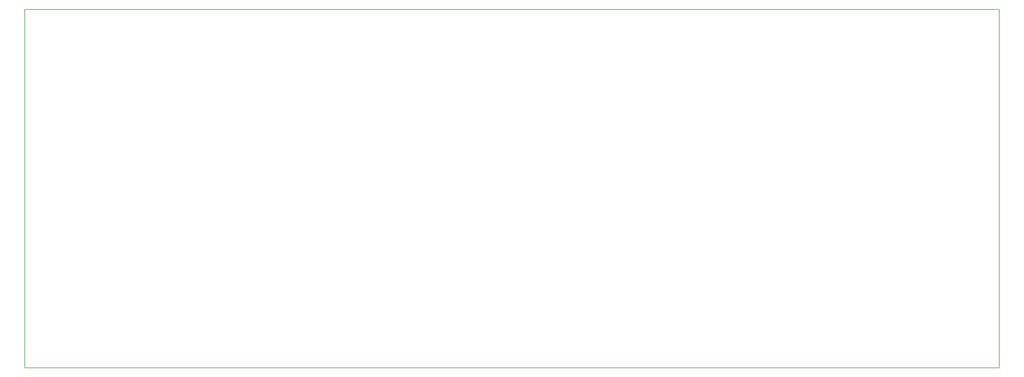
<source format=gbr>
G04 #@! TF.GenerationSoftware,KiCad,Pcbnew,(5.0.2)-1*
G04 #@! TF.CreationDate,2019-05-10T13:06:01+02:00*
G04 #@! TF.ProjectId,moc_main,6d6f635f-6d61-4696-9e2e-6b696361645f,rev?*
G04 #@! TF.SameCoordinates,Original*
G04 #@! TF.FileFunction,Profile,NP*
%FSLAX46Y46*%
G04 Gerber Fmt 4.6, Leading zero omitted, Abs format (unit mm)*
G04 Created by KiCad (PCBNEW (5.0.2)-1) date 10.05.2019 13:06:01*
%MOMM*%
%LPD*%
G01*
G04 APERTURE LIST*
%ADD10C,0.200000*%
G04 APERTURE END LIST*
D10*
X14732000Y-123952000D02*
X14732000Y-68072000D01*
X311277000Y-123952000D02*
X14732000Y-123952000D01*
X311277000Y-14732000D02*
X311277000Y-123952000D01*
X14732000Y-14732000D02*
X311277000Y-14732000D01*
X14732000Y-68072000D02*
X14732000Y-14732000D01*
M02*

</source>
